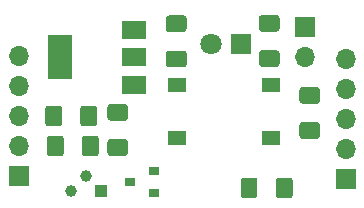
<source format=gbr>
G04 #@! TF.GenerationSoftware,KiCad,Pcbnew,5.1.9-73d0e3b20d~88~ubuntu20.04.1*
G04 #@! TF.CreationDate,2021-04-15T15:02:38+02:00*
G04 #@! TF.ProjectId,Switch3Vx,53776974-6368-4335-9678-2e6b69636164,rev?*
G04 #@! TF.SameCoordinates,Original*
G04 #@! TF.FileFunction,Soldermask,Top*
G04 #@! TF.FilePolarity,Negative*
%FSLAX46Y46*%
G04 Gerber Fmt 4.6, Leading zero omitted, Abs format (unit mm)*
G04 Created by KiCad (PCBNEW 5.1.9-73d0e3b20d~88~ubuntu20.04.1) date 2021-04-15 15:02:38*
%MOMM*%
%LPD*%
G01*
G04 APERTURE LIST*
%ADD10R,1.550000X1.300000*%
%ADD11C,1.000000*%
%ADD12R,1.000000X1.000000*%
%ADD13R,1.700000X1.700000*%
%ADD14O,1.700000X1.700000*%
%ADD15R,1.800000X1.800000*%
%ADD16C,1.800000*%
%ADD17R,0.900000X0.800000*%
%ADD18R,2.000000X3.800000*%
%ADD19R,2.000000X1.500000*%
G04 APERTURE END LIST*
D10*
X49238000Y-93309000D03*
X49238000Y-88809000D03*
X57188000Y-88809000D03*
X57188000Y-93309000D03*
D11*
X41529000Y-96520000D03*
X40259000Y-97790000D03*
D12*
X42799000Y-97790000D03*
D13*
X63500000Y-96774000D03*
D14*
X63500000Y-94234000D03*
X63500000Y-91694000D03*
X63500000Y-89154000D03*
X63500000Y-86614000D03*
G36*
G01*
X38059000Y-92065000D02*
X38059000Y-90815000D01*
G75*
G02*
X38309000Y-90565000I250000J0D01*
G01*
X39234000Y-90565000D01*
G75*
G02*
X39484000Y-90815000I0J-250000D01*
G01*
X39484000Y-92065000D01*
G75*
G02*
X39234000Y-92315000I-250000J0D01*
G01*
X38309000Y-92315000D01*
G75*
G02*
X38059000Y-92065000I0J250000D01*
G01*
G37*
G36*
G01*
X41034000Y-92065000D02*
X41034000Y-90815000D01*
G75*
G02*
X41284000Y-90565000I250000J0D01*
G01*
X42209000Y-90565000D01*
G75*
G02*
X42459000Y-90815000I0J-250000D01*
G01*
X42459000Y-92065000D01*
G75*
G02*
X42209000Y-92315000I-250000J0D01*
G01*
X41284000Y-92315000D01*
G75*
G02*
X41034000Y-92065000I0J250000D01*
G01*
G37*
G36*
G01*
X59827000Y-91961000D02*
X61077000Y-91961000D01*
G75*
G02*
X61327000Y-92211000I0J-250000D01*
G01*
X61327000Y-93136000D01*
G75*
G02*
X61077000Y-93386000I-250000J0D01*
G01*
X59827000Y-93386000D01*
G75*
G02*
X59577000Y-93136000I0J250000D01*
G01*
X59577000Y-92211000D01*
G75*
G02*
X59827000Y-91961000I250000J0D01*
G01*
G37*
G36*
G01*
X59827000Y-88986000D02*
X61077000Y-88986000D01*
G75*
G02*
X61327000Y-89236000I0J-250000D01*
G01*
X61327000Y-90161000D01*
G75*
G02*
X61077000Y-90411000I-250000J0D01*
G01*
X59827000Y-90411000D01*
G75*
G02*
X59577000Y-90161000I0J250000D01*
G01*
X59577000Y-89236000D01*
G75*
G02*
X59827000Y-88986000I250000J0D01*
G01*
G37*
G36*
G01*
X56398000Y-82890000D02*
X57648000Y-82890000D01*
G75*
G02*
X57898000Y-83140000I0J-250000D01*
G01*
X57898000Y-84065000D01*
G75*
G02*
X57648000Y-84315000I-250000J0D01*
G01*
X56398000Y-84315000D01*
G75*
G02*
X56148000Y-84065000I0J250000D01*
G01*
X56148000Y-83140000D01*
G75*
G02*
X56398000Y-82890000I250000J0D01*
G01*
G37*
G36*
G01*
X56398000Y-85865000D02*
X57648000Y-85865000D01*
G75*
G02*
X57898000Y-86115000I0J-250000D01*
G01*
X57898000Y-87040000D01*
G75*
G02*
X57648000Y-87290000I-250000J0D01*
G01*
X56398000Y-87290000D01*
G75*
G02*
X56148000Y-87040000I0J250000D01*
G01*
X56148000Y-86115000D01*
G75*
G02*
X56398000Y-85865000I250000J0D01*
G01*
G37*
D15*
X54610000Y-85344000D03*
D16*
X52070000Y-85344000D03*
D13*
X35814000Y-96520000D03*
D14*
X35814000Y-93980000D03*
X35814000Y-91440000D03*
X35814000Y-88900000D03*
X35814000Y-86360000D03*
D13*
X60071000Y-83947000D03*
D14*
X60071000Y-86487000D03*
D17*
X45228000Y-97028000D03*
X47228000Y-96078000D03*
X47228000Y-97978000D03*
G36*
G01*
X38186000Y-94605000D02*
X38186000Y-93355000D01*
G75*
G02*
X38436000Y-93105000I250000J0D01*
G01*
X39361000Y-93105000D01*
G75*
G02*
X39611000Y-93355000I0J-250000D01*
G01*
X39611000Y-94605000D01*
G75*
G02*
X39361000Y-94855000I-250000J0D01*
G01*
X38436000Y-94855000D01*
G75*
G02*
X38186000Y-94605000I0J250000D01*
G01*
G37*
G36*
G01*
X41161000Y-94605000D02*
X41161000Y-93355000D01*
G75*
G02*
X41411000Y-93105000I250000J0D01*
G01*
X42336000Y-93105000D01*
G75*
G02*
X42586000Y-93355000I0J-250000D01*
G01*
X42586000Y-94605000D01*
G75*
G02*
X42336000Y-94855000I-250000J0D01*
G01*
X41411000Y-94855000D01*
G75*
G02*
X41161000Y-94605000I0J250000D01*
G01*
G37*
G36*
G01*
X57576000Y-98161000D02*
X57576000Y-96911000D01*
G75*
G02*
X57826000Y-96661000I250000J0D01*
G01*
X58751000Y-96661000D01*
G75*
G02*
X59001000Y-96911000I0J-250000D01*
G01*
X59001000Y-98161000D01*
G75*
G02*
X58751000Y-98411000I-250000J0D01*
G01*
X57826000Y-98411000D01*
G75*
G02*
X57576000Y-98161000I0J250000D01*
G01*
G37*
G36*
G01*
X54601000Y-98161000D02*
X54601000Y-96911000D01*
G75*
G02*
X54851000Y-96661000I250000J0D01*
G01*
X55776000Y-96661000D01*
G75*
G02*
X56026000Y-96911000I0J-250000D01*
G01*
X56026000Y-98161000D01*
G75*
G02*
X55776000Y-98411000I-250000J0D01*
G01*
X54851000Y-98411000D01*
G75*
G02*
X54601000Y-98161000I0J250000D01*
G01*
G37*
G36*
G01*
X49774000Y-87322000D02*
X48524000Y-87322000D01*
G75*
G02*
X48274000Y-87072000I0J250000D01*
G01*
X48274000Y-86147000D01*
G75*
G02*
X48524000Y-85897000I250000J0D01*
G01*
X49774000Y-85897000D01*
G75*
G02*
X50024000Y-86147000I0J-250000D01*
G01*
X50024000Y-87072000D01*
G75*
G02*
X49774000Y-87322000I-250000J0D01*
G01*
G37*
G36*
G01*
X49774000Y-84347000D02*
X48524000Y-84347000D01*
G75*
G02*
X48274000Y-84097000I0J250000D01*
G01*
X48274000Y-83172000D01*
G75*
G02*
X48524000Y-82922000I250000J0D01*
G01*
X49774000Y-82922000D01*
G75*
G02*
X50024000Y-83172000I0J-250000D01*
G01*
X50024000Y-84097000D01*
G75*
G02*
X49774000Y-84347000I-250000J0D01*
G01*
G37*
G36*
G01*
X43571000Y-93394500D02*
X44821000Y-93394500D01*
G75*
G02*
X45071000Y-93644500I0J-250000D01*
G01*
X45071000Y-94569500D01*
G75*
G02*
X44821000Y-94819500I-250000J0D01*
G01*
X43571000Y-94819500D01*
G75*
G02*
X43321000Y-94569500I0J250000D01*
G01*
X43321000Y-93644500D01*
G75*
G02*
X43571000Y-93394500I250000J0D01*
G01*
G37*
G36*
G01*
X43571000Y-90419500D02*
X44821000Y-90419500D01*
G75*
G02*
X45071000Y-90669500I0J-250000D01*
G01*
X45071000Y-91594500D01*
G75*
G02*
X44821000Y-91844500I-250000J0D01*
G01*
X43571000Y-91844500D01*
G75*
G02*
X43321000Y-91594500I0J250000D01*
G01*
X43321000Y-90669500D01*
G75*
G02*
X43571000Y-90419500I250000J0D01*
G01*
G37*
D18*
X39268000Y-86487000D03*
D19*
X45568000Y-86487000D03*
X45568000Y-84187000D03*
X45568000Y-88787000D03*
M02*

</source>
